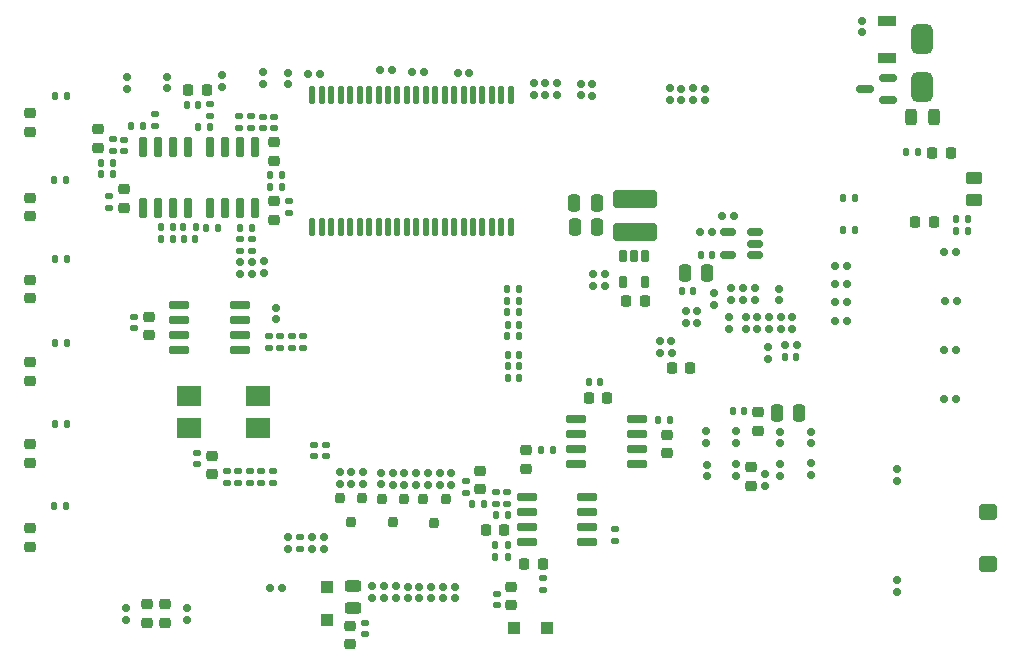
<source format=gbr>
%TF.GenerationSoftware,KiCad,Pcbnew,7.0.2*%
%TF.CreationDate,2023-10-25T03:12:25+05:00*%
%TF.ProjectId,Karnix_ASB,4b61726e-6978-45f4-9153-422e6b696361,V1.0*%
%TF.SameCoordinates,Original*%
%TF.FileFunction,Paste,Bot*%
%TF.FilePolarity,Positive*%
%FSLAX46Y46*%
G04 Gerber Fmt 4.6, Leading zero omitted, Abs format (unit mm)*
G04 Created by KiCad (PCBNEW 7.0.2) date 2023-10-25 03:12:25*
%MOMM*%
%LPD*%
G01*
G04 APERTURE LIST*
G04 Aperture macros list*
%AMRoundRect*
0 Rectangle with rounded corners*
0 $1 Rounding radius*
0 $2 $3 $4 $5 $6 $7 $8 $9 X,Y pos of 4 corners*
0 Add a 4 corners polygon primitive as box body*
4,1,4,$2,$3,$4,$5,$6,$7,$8,$9,$2,$3,0*
0 Add four circle primitives for the rounded corners*
1,1,$1+$1,$2,$3*
1,1,$1+$1,$4,$5*
1,1,$1+$1,$6,$7*
1,1,$1+$1,$8,$9*
0 Add four rect primitives between the rounded corners*
20,1,$1+$1,$2,$3,$4,$5,0*
20,1,$1+$1,$4,$5,$6,$7,0*
20,1,$1+$1,$6,$7,$8,$9,0*
20,1,$1+$1,$8,$9,$2,$3,0*%
G04 Aperture macros list end*
%ADD10RoundRect,0.150000X-0.150000X0.150000X-0.150000X-0.150000X0.150000X-0.150000X0.150000X0.150000X0*%
%ADD11RoundRect,0.150000X-0.150000X-0.150000X0.150000X-0.150000X0.150000X0.150000X-0.150000X0.150000X0*%
%ADD12RoundRect,0.200000X-0.200000X0.250000X-0.200000X-0.250000X0.200000X-0.250000X0.200000X0.250000X0*%
%ADD13RoundRect,0.150000X0.150000X-0.150000X0.150000X0.150000X-0.150000X0.150000X-0.150000X-0.150000X0*%
%ADD14RoundRect,0.150000X0.587500X0.150000X-0.587500X0.150000X-0.587500X-0.150000X0.587500X-0.150000X0*%
%ADD15RoundRect,0.150000X0.150000X0.150000X-0.150000X0.150000X-0.150000X-0.150000X0.150000X-0.150000X0*%
%ADD16RoundRect,0.140000X-0.140000X-0.170000X0.140000X-0.170000X0.140000X0.170000X-0.140000X0.170000X0*%
%ADD17RoundRect,0.135000X0.185000X-0.135000X0.185000X0.135000X-0.185000X0.135000X-0.185000X-0.135000X0*%
%ADD18RoundRect,0.400000X1.500000X-0.400000X1.500000X0.400000X-1.500000X0.400000X-1.500000X-0.400000X0*%
%ADD19RoundRect,0.225000X0.575000X-0.225000X0.575000X0.225000X-0.575000X0.225000X-0.575000X-0.225000X0*%
%ADD20RoundRect,0.140000X0.170000X-0.140000X0.170000X0.140000X-0.170000X0.140000X-0.170000X-0.140000X0*%
%ADD21RoundRect,0.140000X-0.170000X0.140000X-0.170000X-0.140000X0.170000X-0.140000X0.170000X0.140000X0*%
%ADD22RoundRect,0.140000X0.140000X0.170000X-0.140000X0.170000X-0.140000X-0.170000X0.140000X-0.170000X0*%
%ADD23RoundRect,0.135000X0.135000X0.185000X-0.135000X0.185000X-0.135000X-0.185000X0.135000X-0.185000X0*%
%ADD24RoundRect,0.135000X-0.135000X-0.185000X0.135000X-0.185000X0.135000X0.185000X-0.135000X0.185000X0*%
%ADD25RoundRect,0.225000X-0.225000X-0.250000X0.225000X-0.250000X0.225000X0.250000X-0.225000X0.250000X0*%
%ADD26RoundRect,0.218750X-0.256250X0.218750X-0.256250X-0.218750X0.256250X-0.218750X0.256250X0.218750X0*%
%ADD27RoundRect,0.135000X-0.185000X0.135000X-0.185000X-0.135000X0.185000X-0.135000X0.185000X0.135000X0*%
%ADD28RoundRect,0.218750X0.256250X-0.218750X0.256250X0.218750X-0.256250X0.218750X-0.256250X-0.218750X0*%
%ADD29RoundRect,0.150000X-0.725000X-0.150000X0.725000X-0.150000X0.725000X0.150000X-0.725000X0.150000X0*%
%ADD30RoundRect,0.450000X-0.450000X0.800000X-0.450000X-0.800000X0.450000X-0.800000X0.450000X0.800000X0*%
%ADD31RoundRect,0.250000X-0.250000X-0.475000X0.250000X-0.475000X0.250000X0.475000X-0.250000X0.475000X0*%
%ADD32RoundRect,0.250000X0.250000X0.475000X-0.250000X0.475000X-0.250000X-0.475000X0.250000X-0.475000X0*%
%ADD33RoundRect,0.225000X-0.250000X0.225000X-0.250000X-0.225000X0.250000X-0.225000X0.250000X0.225000X0*%
%ADD34RoundRect,0.150000X0.512500X0.150000X-0.512500X0.150000X-0.512500X-0.150000X0.512500X-0.150000X0*%
%ADD35RoundRect,0.218750X0.218750X0.256250X-0.218750X0.256250X-0.218750X-0.256250X0.218750X-0.256250X0*%
%ADD36RoundRect,0.275000X-0.275000X0.275000X-0.275000X-0.275000X0.275000X-0.275000X0.275000X0.275000X0*%
%ADD37RoundRect,0.150000X-0.150000X0.725000X-0.150000X-0.725000X0.150000X-0.725000X0.150000X0.725000X0*%
%ADD38RoundRect,0.250000X0.450000X-0.262500X0.450000X0.262500X-0.450000X0.262500X-0.450000X-0.262500X0*%
%ADD39RoundRect,0.150000X0.150000X-0.725000X0.150000X0.725000X-0.150000X0.725000X-0.150000X-0.725000X0*%
%ADD40RoundRect,0.243750X-0.243750X-0.456250X0.243750X-0.456250X0.243750X0.456250X-0.243750X0.456250X0*%
%ADD41RoundRect,0.150000X0.725000X0.150000X-0.725000X0.150000X-0.725000X-0.150000X0.725000X-0.150000X0*%
%ADD42RoundRect,0.137500X0.137500X-0.625000X0.137500X0.625000X-0.137500X0.625000X-0.137500X-0.625000X0*%
%ADD43RoundRect,0.225000X0.225000X0.250000X-0.225000X0.250000X-0.225000X-0.250000X0.225000X-0.250000X0*%
%ADD44R,2.100000X1.700000*%
%ADD45RoundRect,0.225000X0.250000X-0.225000X0.250000X0.225000X-0.250000X0.225000X-0.250000X-0.225000X0*%
%ADD46RoundRect,0.218750X-0.218750X-0.256250X0.218750X-0.256250X0.218750X0.256250X-0.218750X0.256250X0*%
%ADD47RoundRect,0.275000X-0.275000X-0.275000X0.275000X-0.275000X0.275000X0.275000X-0.275000X0.275000X0*%
%ADD48RoundRect,0.350000X-0.450000X0.350000X-0.450000X-0.350000X0.450000X-0.350000X0.450000X0.350000X0*%
%ADD49RoundRect,0.162500X-0.162500X0.367500X-0.162500X-0.367500X0.162500X-0.367500X0.162500X0.367500X0*%
%ADD50RoundRect,0.243750X0.456250X-0.243750X0.456250X0.243750X-0.456250X0.243750X-0.456250X-0.243750X0*%
G04 APERTURE END LIST*
D10*
%TO.C,R162*%
X144824000Y-82423000D03*
X144824000Y-83423000D03*
%TD*%
D11*
%TO.C,C45*%
X174050000Y-71595000D03*
X175050000Y-71595000D03*
%TD*%
D12*
%TO.C,Q2*%
X139902000Y-84586000D03*
X141802000Y-84586000D03*
X140852000Y-86586000D03*
%TD*%
D13*
%TO.C,R114*%
X143100000Y-93030000D03*
X143100000Y-92030000D03*
%TD*%
D14*
%TO.C,Q1*%
X182740000Y-48970000D03*
X182740000Y-50870000D03*
X180865000Y-49920000D03*
%TD*%
D15*
%TO.C,C8*%
X169737000Y-60677000D03*
X168737000Y-60677000D03*
%TD*%
D16*
%TO.C,C35*%
X150577000Y-74372000D03*
X151537000Y-74372000D03*
%TD*%
D10*
%TO.C,R12*%
X131990000Y-48510000D03*
X131990000Y-49510000D03*
%TD*%
%TO.C,R32*%
X164300000Y-49860000D03*
X164300000Y-50860000D03*
%TD*%
D17*
%TO.C,R164*%
X129725000Y-83275000D03*
X129725000Y-82255000D03*
%TD*%
D18*
%TO.C,L2*%
X161331500Y-62053500D03*
X161331500Y-59253500D03*
%TD*%
D11*
%TO.C,R88*%
X163455000Y-72245000D03*
X164455000Y-72245000D03*
%TD*%
D19*
%TO.C,D7*%
X182670000Y-47319000D03*
X182670000Y-44119000D03*
%TD*%
D20*
%TO.C,C88*%
X149640000Y-93585000D03*
X149640000Y-92625000D03*
%TD*%
D13*
%TO.C,R99*%
X173655000Y-82635000D03*
X173655000Y-81635000D03*
%TD*%
D21*
%TO.C,C99*%
X124235000Y-80720000D03*
X124235000Y-81680000D03*
%TD*%
D13*
%TO.C,R115*%
X144094000Y-93035000D03*
X144094000Y-92035000D03*
%TD*%
D22*
%TO.C,C47*%
X170580000Y-77190000D03*
X169620000Y-77190000D03*
%TD*%
D23*
%TO.C,R134*%
X131467000Y-57209000D03*
X130447000Y-57209000D03*
%TD*%
D13*
%TO.C,R117*%
X146086000Y-93031000D03*
X146086000Y-92031000D03*
%TD*%
D24*
%TO.C,R147*%
X149545000Y-88535000D03*
X150565000Y-88535000D03*
%TD*%
D20*
%TO.C,C70*%
X116804000Y-59957000D03*
X116804000Y-58997000D03*
%TD*%
D24*
%TO.C,R146*%
X124336000Y-53128000D03*
X125356000Y-53128000D03*
%TD*%
D21*
%TO.C,C25*%
X134215000Y-80030000D03*
X134215000Y-80990000D03*
%TD*%
D25*
%TO.C,C48*%
X164485000Y-73510000D03*
X166035000Y-73510000D03*
%TD*%
D16*
%TO.C,C78*%
X123172000Y-62606000D03*
X124132000Y-62606000D03*
%TD*%
D26*
%TO.C,L12*%
X130772000Y-59421000D03*
X130772000Y-60996000D03*
%TD*%
D23*
%TO.C,R107*%
X189570000Y-60880000D03*
X188550000Y-60880000D03*
%TD*%
D10*
%TO.C,R50*%
X129910000Y-64505000D03*
X129910000Y-65505000D03*
%TD*%
D27*
%TO.C,R149*%
X147014000Y-83066000D03*
X147014000Y-84086000D03*
%TD*%
D28*
%TO.C,D19*%
X110132000Y-74635500D03*
X110132000Y-73060500D03*
%TD*%
D17*
%TO.C,R136*%
X127868000Y-53225000D03*
X127868000Y-52205000D03*
%TD*%
D29*
%TO.C,U16*%
X152175000Y-88285000D03*
X152175000Y-87015000D03*
X152175000Y-85745000D03*
X152175000Y-84475000D03*
X157325000Y-84475000D03*
X157325000Y-85745000D03*
X157325000Y-87015000D03*
X157325000Y-88285000D03*
%TD*%
D30*
%TO.C,D9*%
X185630000Y-45710000D03*
X185630000Y-49710000D03*
%TD*%
D24*
%TO.C,R141*%
X112157000Y-57575000D03*
X113177000Y-57575000D03*
%TD*%
D10*
%TO.C,R158*%
X140873000Y-82396000D03*
X140873000Y-83396000D03*
%TD*%
D23*
%TO.C,R132*%
X131480000Y-58199000D03*
X130460000Y-58199000D03*
%TD*%
D31*
%TO.C,C46*%
X173345000Y-77340000D03*
X175245000Y-77340000D03*
%TD*%
D26*
%TO.C,D13*%
X110132000Y-79995000D03*
X110132000Y-81570000D03*
%TD*%
D13*
%TO.C,R116*%
X145094000Y-93031000D03*
X145094000Y-92031000D03*
%TD*%
D28*
%TO.C,L16*%
X148270000Y-83809000D03*
X148270000Y-82234000D03*
%TD*%
D32*
%TO.C,C11*%
X158132500Y-59520500D03*
X156232500Y-59520500D03*
%TD*%
D13*
%TO.C,R112*%
X141090000Y-93020000D03*
X141090000Y-92020000D03*
%TD*%
D20*
%TO.C,C77*%
X132027000Y-60366000D03*
X132027000Y-59406000D03*
%TD*%
D10*
%TO.C,R93*%
X172595000Y-71730000D03*
X172595000Y-72730000D03*
%TD*%
D33*
%TO.C,C90*%
X137257000Y-95332000D03*
X137257000Y-96882000D03*
%TD*%
D34*
%TO.C,U3*%
X171546000Y-62052000D03*
X171546000Y-63002000D03*
X171546000Y-63952000D03*
X169271000Y-63952000D03*
X169271000Y-62052000D03*
%TD*%
D26*
%TO.C,L10*%
X120199000Y-69170000D03*
X120199000Y-70745000D03*
%TD*%
D10*
%TO.C,R26*%
X152770000Y-49435000D03*
X152770000Y-50435000D03*
%TD*%
D24*
%TO.C,R137*%
X153433000Y-80437000D03*
X154453000Y-80437000D03*
%TD*%
D35*
%TO.C,L14*%
X125095000Y-49973000D03*
X123520000Y-49973000D03*
%TD*%
D10*
%TO.C,R121*%
X135025000Y-87858000D03*
X135025000Y-88858000D03*
%TD*%
D24*
%TO.C,R109*%
X178960000Y-61870000D03*
X179980000Y-61870000D03*
%TD*%
D16*
%TO.C,C37*%
X150577000Y-73401000D03*
X151537000Y-73401000D03*
%TD*%
D13*
%TO.C,R36*%
X167285000Y-50865000D03*
X167285000Y-49865000D03*
%TD*%
D36*
%TO.C,D22*%
X135304000Y-92035000D03*
X135304000Y-94835000D03*
%TD*%
D10*
%TO.C,R103*%
X183570000Y-91505000D03*
X183570000Y-92505000D03*
%TD*%
D15*
%TO.C,R58*%
X131480000Y-92170000D03*
X130480000Y-92170000D03*
%TD*%
D37*
%TO.C,U12*%
X119734000Y-54819000D03*
X121004000Y-54819000D03*
X122274000Y-54819000D03*
X123544000Y-54819000D03*
X123544000Y-59969000D03*
X122274000Y-59969000D03*
X121004000Y-59969000D03*
X119734000Y-59969000D03*
%TD*%
D20*
%TO.C,C75*%
X127909000Y-63585000D03*
X127909000Y-62625000D03*
%TD*%
D10*
%TO.C,R94*%
X169315000Y-69185000D03*
X169315000Y-70185000D03*
%TD*%
D23*
%TO.C,R127*%
X164333000Y-77889000D03*
X163313000Y-77889000D03*
%TD*%
%TO.C,R139*%
X122239000Y-62621000D03*
X121219000Y-62621000D03*
%TD*%
D13*
%TO.C,R110*%
X139070000Y-93020000D03*
X139070000Y-92020000D03*
%TD*%
D10*
%TO.C,R92*%
X173700000Y-69190000D03*
X173700000Y-70190000D03*
%TD*%
D16*
%TO.C,C81*%
X123393000Y-51241000D03*
X124353000Y-51241000D03*
%TD*%
D24*
%TO.C,R150*%
X149568000Y-85982000D03*
X150588000Y-85982000D03*
%TD*%
D15*
%TO.C,R21*%
X143455000Y-48470000D03*
X142455000Y-48470000D03*
%TD*%
D13*
%TO.C,R100*%
X176295000Y-82605000D03*
X176295000Y-81605000D03*
%TD*%
D22*
%TO.C,C13*%
X167874000Y-63952000D03*
X166914000Y-63952000D03*
%TD*%
D16*
%TO.C,C32*%
X150542000Y-68828000D03*
X151502000Y-68828000D03*
%TD*%
D28*
%TO.C,D29*%
X121600000Y-95097500D03*
X121600000Y-93522500D03*
%TD*%
D21*
%TO.C,C26*%
X132280000Y-70850000D03*
X132280000Y-71810000D03*
%TD*%
D16*
%TO.C,C34*%
X150542000Y-66855000D03*
X151502000Y-66855000D03*
%TD*%
D24*
%TO.C,R145*%
X123130000Y-61626000D03*
X124150000Y-61626000D03*
%TD*%
D17*
%TO.C,R163*%
X130675000Y-83285000D03*
X130675000Y-82265000D03*
%TD*%
D23*
%TO.C,R104*%
X179970000Y-59150000D03*
X178950000Y-59150000D03*
%TD*%
D21*
%TO.C,C79*%
X129845000Y-52248000D03*
X129845000Y-53208000D03*
%TD*%
D10*
%TO.C,R120*%
X139882000Y-82390000D03*
X139882000Y-83390000D03*
%TD*%
D24*
%TO.C,R125*%
X118700000Y-53040000D03*
X119720000Y-53040000D03*
%TD*%
D17*
%TO.C,R167*%
X127785000Y-83260000D03*
X127785000Y-82240000D03*
%TD*%
D38*
%TO.C,R106*%
X190080000Y-59265000D03*
X190080000Y-57440000D03*
%TD*%
D10*
%TO.C,R84*%
X173560000Y-66810000D03*
X173560000Y-67810000D03*
%TD*%
D39*
%TO.C,U13*%
X129163000Y-59989000D03*
X127893000Y-59989000D03*
X126623000Y-59989000D03*
X125353000Y-59989000D03*
X125353000Y-54839000D03*
X126623000Y-54839000D03*
X127893000Y-54839000D03*
X129163000Y-54839000D03*
%TD*%
D40*
%TO.C,F1*%
X184762500Y-52240000D03*
X186637500Y-52240000D03*
%TD*%
D21*
%TO.C,C73*%
X118949000Y-69170000D03*
X118949000Y-70130000D03*
%TD*%
D22*
%TO.C,C76*%
X117136000Y-57108000D03*
X116176000Y-57108000D03*
%TD*%
D21*
%TO.C,C20*%
X131310000Y-70850000D03*
X131310000Y-71810000D03*
%TD*%
D28*
%TO.C,D15*%
X110132000Y-67612000D03*
X110132000Y-66037000D03*
%TD*%
D13*
%TO.C,R44*%
X158827500Y-66555500D03*
X158827500Y-65555500D03*
%TD*%
D41*
%TO.C,U14*%
X161496000Y-77886000D03*
X161496000Y-79156000D03*
X161496000Y-80426000D03*
X161496000Y-81696000D03*
X156346000Y-81696000D03*
X156346000Y-80426000D03*
X156346000Y-79156000D03*
X156346000Y-77886000D03*
%TD*%
D10*
%TO.C,C87*%
X132012000Y-87854000D03*
X132012000Y-88854000D03*
%TD*%
D42*
%TO.C,U21*%
X150844000Y-61598000D03*
X150044000Y-61598000D03*
X149244000Y-61598000D03*
X148444000Y-61598000D03*
X147644000Y-61598000D03*
X146844000Y-61598000D03*
X146044000Y-61598000D03*
X145244000Y-61598000D03*
X144444000Y-61598000D03*
X143644000Y-61598000D03*
X142844000Y-61598000D03*
X142044000Y-61598000D03*
X141244000Y-61598000D03*
X140444000Y-61598000D03*
X139644000Y-61598000D03*
X138844000Y-61598000D03*
X138044000Y-61598000D03*
X137244000Y-61598000D03*
X136444000Y-61598000D03*
X135644000Y-61598000D03*
X134844000Y-61598000D03*
X134044000Y-61598000D03*
X134044000Y-50423000D03*
X134844000Y-50423000D03*
X135644000Y-50423000D03*
X136444000Y-50423000D03*
X137244000Y-50423000D03*
X138044000Y-50423000D03*
X138844000Y-50423000D03*
X139644000Y-50423000D03*
X140444000Y-50423000D03*
X141244000Y-50423000D03*
X142044000Y-50423000D03*
X142844000Y-50423000D03*
X143644000Y-50423000D03*
X144444000Y-50423000D03*
X145244000Y-50423000D03*
X146044000Y-50423000D03*
X146844000Y-50423000D03*
X147644000Y-50423000D03*
X148444000Y-50423000D03*
X149244000Y-50423000D03*
X150044000Y-50423000D03*
X150844000Y-50423000D03*
%TD*%
D17*
%TO.C,R166*%
X126780000Y-83255000D03*
X126780000Y-82235000D03*
%TD*%
D10*
%TO.C,R11*%
X129835000Y-48500000D03*
X129835000Y-49500000D03*
%TD*%
D33*
%TO.C,C83*%
X152120000Y-80505000D03*
X152120000Y-82055000D03*
%TD*%
D11*
%TO.C,R18*%
X139760000Y-48330000D03*
X140760000Y-48330000D03*
%TD*%
D24*
%TO.C,R148*%
X149548000Y-89509000D03*
X150568000Y-89509000D03*
%TD*%
D28*
%TO.C,D28*%
X120080000Y-95077500D03*
X120080000Y-93502500D03*
%TD*%
%TO.C,D18*%
X110132000Y-60678500D03*
X110132000Y-59103500D03*
%TD*%
D13*
%TO.C,R97*%
X167425000Y-82700000D03*
X167425000Y-81700000D03*
%TD*%
D43*
%TO.C,C10*%
X162172500Y-67845500D03*
X160622500Y-67845500D03*
%TD*%
D28*
%TO.C,D14*%
X110132000Y-53529500D03*
X110132000Y-51954500D03*
%TD*%
D13*
%TO.C,R111*%
X140080000Y-93020000D03*
X140080000Y-92020000D03*
%TD*%
%TO.C,R98*%
X169880000Y-82645000D03*
X169880000Y-81645000D03*
%TD*%
D23*
%TO.C,R124*%
X128942000Y-61645000D03*
X127922000Y-61645000D03*
%TD*%
D13*
%TO.C,R4*%
X121770000Y-49850000D03*
X121770000Y-48850000D03*
%TD*%
D22*
%TO.C,C43*%
X166275000Y-67025000D03*
X165315000Y-67025000D03*
%TD*%
D44*
%TO.C,Y1*%
X129473000Y-78632000D03*
X123573000Y-78632000D03*
X123573000Y-75932000D03*
X129473000Y-75932000D03*
%TD*%
D13*
%TO.C,R34*%
X165280000Y-50870000D03*
X165280000Y-49870000D03*
%TD*%
D11*
%TO.C,R8*%
X187615000Y-67870000D03*
X188615000Y-67870000D03*
%TD*%
D27*
%TO.C,R140*%
X128866000Y-52208000D03*
X128866000Y-53228000D03*
%TD*%
D10*
%TO.C,R119*%
X145821000Y-82440000D03*
X145821000Y-83440000D03*
%TD*%
D41*
%TO.C,U15*%
X127882000Y-68164000D03*
X127882000Y-69434000D03*
X127882000Y-70704000D03*
X127882000Y-71974000D03*
X122732000Y-71974000D03*
X122732000Y-70704000D03*
X122732000Y-69434000D03*
X122732000Y-68164000D03*
%TD*%
D11*
%TO.C,R87*%
X165650000Y-68685000D03*
X166650000Y-68685000D03*
%TD*%
D45*
%TO.C,C49*%
X171150000Y-83480000D03*
X171150000Y-81930000D03*
%TD*%
D10*
%TO.C,R96*%
X172400000Y-82500000D03*
X172400000Y-83500000D03*
%TD*%
D13*
%TO.C,R28*%
X153765000Y-50435000D03*
X153765000Y-49435000D03*
%TD*%
D10*
%TO.C,R89*%
X170750000Y-69190000D03*
X170750000Y-70190000D03*
%TD*%
D21*
%TO.C,C74*%
X118130000Y-54200000D03*
X118130000Y-55160000D03*
%TD*%
D23*
%TO.C,R108*%
X185330000Y-55250000D03*
X184310000Y-55250000D03*
%TD*%
D17*
%TO.C,R156*%
X159670000Y-88170000D03*
X159670000Y-87150000D03*
%TD*%
D35*
%TO.C,L15*%
X153540000Y-90086000D03*
X151965000Y-90086000D03*
%TD*%
D26*
%TO.C,D17*%
X110132000Y-87069000D03*
X110132000Y-88644000D03*
%TD*%
D32*
%TO.C,C12*%
X158152500Y-61550500D03*
X156252500Y-61550500D03*
%TD*%
D15*
%TO.C,R16*%
X134665000Y-48595000D03*
X133665000Y-48595000D03*
%TD*%
D16*
%TO.C,C36*%
X150580000Y-72430000D03*
X151540000Y-72430000D03*
%TD*%
D10*
%TO.C,R174*%
X123400000Y-93880000D03*
X123400000Y-94880000D03*
%TD*%
%TO.C,R51*%
X127920000Y-64545000D03*
X127920000Y-65545000D03*
%TD*%
%TO.C,R29*%
X154755000Y-49435000D03*
X154755000Y-50435000D03*
%TD*%
%TO.C,R83*%
X171500000Y-66790000D03*
X171500000Y-67790000D03*
%TD*%
D16*
%TO.C,C44*%
X174055000Y-72570000D03*
X175015000Y-72570000D03*
%TD*%
D10*
%TO.C,R161*%
X143842000Y-82416000D03*
X143842000Y-83416000D03*
%TD*%
%TO.C,R3*%
X118375000Y-48875000D03*
X118375000Y-49875000D03*
%TD*%
D25*
%TO.C,C85*%
X148744000Y-87240000D03*
X150294000Y-87240000D03*
%TD*%
D13*
%TO.C,R113*%
X142100000Y-93030000D03*
X142100000Y-92030000D03*
%TD*%
D15*
%TO.C,R95*%
X166645000Y-69680000D03*
X165645000Y-69680000D03*
%TD*%
D32*
%TO.C,C42*%
X167495000Y-65515000D03*
X165595000Y-65515000D03*
%TD*%
D13*
%TO.C,R35*%
X166265000Y-50855000D03*
X166265000Y-49855000D03*
%TD*%
D15*
%TO.C,C9*%
X167874000Y-62019000D03*
X166874000Y-62019000D03*
%TD*%
D21*
%TO.C,C91*%
X138492000Y-95078000D03*
X138492000Y-96038000D03*
%TD*%
D13*
%TO.C,R33*%
X157745000Y-50460000D03*
X157745000Y-49460000D03*
%TD*%
D10*
%TO.C,R160*%
X137352000Y-82366000D03*
X137352000Y-83366000D03*
%TD*%
%TO.C,R159*%
X138342000Y-82366000D03*
X138342000Y-83366000D03*
%TD*%
D13*
%TO.C,C52*%
X173675000Y-79920000D03*
X173675000Y-78920000D03*
%TD*%
D46*
%TO.C,D10*%
X185065000Y-61200000D03*
X186640000Y-61200000D03*
%TD*%
D11*
%TO.C,R7*%
X178330000Y-66420000D03*
X179330000Y-66420000D03*
%TD*%
%TO.C,R67*%
X163450000Y-71210000D03*
X164450000Y-71210000D03*
%TD*%
D24*
%TO.C,R142*%
X112223000Y-71386000D03*
X113243000Y-71386000D03*
%TD*%
D10*
%TO.C,R81*%
X183545000Y-82115000D03*
X183545000Y-83115000D03*
%TD*%
D47*
%TO.C,D21*%
X151130000Y-95535000D03*
X153930000Y-95535000D03*
%TD*%
D33*
%TO.C,C82*%
X164045000Y-79210000D03*
X164045000Y-80760000D03*
%TD*%
D17*
%TO.C,R123*%
X120700000Y-53080000D03*
X120700000Y-52060000D03*
%TD*%
D24*
%TO.C,R157*%
X147558000Y-85019000D03*
X148578000Y-85019000D03*
%TD*%
D10*
%TO.C,R176*%
X118230000Y-93850000D03*
X118230000Y-94850000D03*
%TD*%
%TO.C,R154*%
X141842000Y-82396000D03*
X141842000Y-83396000D03*
%TD*%
D27*
%TO.C,R153*%
X133014000Y-87839000D03*
X133014000Y-88859000D03*
%TD*%
D26*
%TO.C,L3*%
X171800000Y-77290000D03*
X171800000Y-78865000D03*
%TD*%
D48*
%TO.C,D23*%
X191250000Y-85720000D03*
X191250000Y-90120000D03*
%TD*%
D10*
%TO.C,R49*%
X128915000Y-64535000D03*
X128915000Y-65535000D03*
%TD*%
D21*
%TO.C,C19*%
X133240000Y-70850000D03*
X133240000Y-71810000D03*
%TD*%
D24*
%TO.C,R131*%
X116130000Y-56138000D03*
X117150000Y-56138000D03*
%TD*%
%TO.C,R130*%
X112230000Y-64300000D03*
X113250000Y-64300000D03*
%TD*%
D10*
%TO.C,R91*%
X172710000Y-69190000D03*
X172710000Y-70190000D03*
%TD*%
D45*
%TO.C,C89*%
X150900000Y-93625000D03*
X150900000Y-92075000D03*
%TD*%
D49*
%TO.C,U2*%
X160317500Y-64015500D03*
X161267500Y-64015500D03*
X162217500Y-64015500D03*
X162217500Y-66215500D03*
X160317500Y-66215500D03*
%TD*%
D27*
%TO.C,R144*%
X125339000Y-51169000D03*
X125339000Y-52189000D03*
%TD*%
D12*
%TO.C,Q3*%
X136354000Y-84575000D03*
X138254000Y-84575000D03*
X137304000Y-86575000D03*
%TD*%
D27*
%TO.C,R151*%
X150516000Y-84028000D03*
X150516000Y-85048000D03*
%TD*%
D13*
%TO.C,R31*%
X156770000Y-50455000D03*
X156770000Y-49455000D03*
%TD*%
D16*
%TO.C,C72*%
X157446000Y-74748000D03*
X158406000Y-74748000D03*
%TD*%
D26*
%TO.C,L23*%
X125550000Y-80945000D03*
X125550000Y-82520000D03*
%TD*%
D17*
%TO.C,R126*%
X128893000Y-63606000D03*
X128893000Y-62586000D03*
%TD*%
D35*
%TO.C,D11*%
X188085000Y-55310000D03*
X186510000Y-55310000D03*
%TD*%
D13*
%TO.C,C50*%
X167335000Y-79860000D03*
X167335000Y-78860000D03*
%TD*%
D10*
%TO.C,R6*%
X126390000Y-48700000D03*
X126390000Y-49700000D03*
%TD*%
D16*
%TO.C,C31*%
X150569000Y-69896000D03*
X151529000Y-69896000D03*
%TD*%
D24*
%TO.C,R138*%
X112190000Y-85204000D03*
X113210000Y-85204000D03*
%TD*%
D11*
%TO.C,R1*%
X178315000Y-64850000D03*
X179315000Y-64850000D03*
%TD*%
D50*
%TO.C,F2*%
X137469000Y-93824000D03*
X137469000Y-91949000D03*
%TD*%
D21*
%TO.C,C84*%
X153554000Y-91341000D03*
X153554000Y-92301000D03*
%TD*%
D27*
%TO.C,R133*%
X117142000Y-54176000D03*
X117142000Y-55196000D03*
%TD*%
D24*
%TO.C,R135*%
X121204000Y-61628000D03*
X122224000Y-61628000D03*
%TD*%
D13*
%TO.C,C51*%
X169870000Y-79895000D03*
X169870000Y-78895000D03*
%TD*%
D11*
%TO.C,R2*%
X187540000Y-63720000D03*
X188540000Y-63720000D03*
%TD*%
D10*
%TO.C,R118*%
X136362000Y-82366000D03*
X136362000Y-83366000D03*
%TD*%
D23*
%TO.C,R105*%
X189570000Y-61920000D03*
X188550000Y-61920000D03*
%TD*%
D10*
%TO.C,R86*%
X169520000Y-66780000D03*
X169520000Y-67780000D03*
%TD*%
D16*
%TO.C,C33*%
X150546000Y-67842000D03*
X151506000Y-67842000D03*
%TD*%
D13*
%TO.C,R152*%
X134018000Y-88858000D03*
X134018000Y-87858000D03*
%TD*%
D10*
%TO.C,R85*%
X174680000Y-69195000D03*
X174680000Y-70195000D03*
%TD*%
D11*
%TO.C,R19*%
X187535000Y-76145000D03*
X188535000Y-76145000D03*
%TD*%
D26*
%TO.C,L8*%
X130762000Y-54422000D03*
X130762000Y-55997000D03*
%TD*%
D21*
%TO.C,C27*%
X130330000Y-70850000D03*
X130330000Y-71810000D03*
%TD*%
D13*
%TO.C,C53*%
X176220000Y-79920000D03*
X176220000Y-78920000D03*
%TD*%
D11*
%TO.C,R20*%
X178330000Y-69560000D03*
X179330000Y-69560000D03*
%TD*%
D23*
%TO.C,R143*%
X126066000Y-61649000D03*
X125046000Y-61649000D03*
%TD*%
D15*
%TO.C,R23*%
X147335000Y-48560000D03*
X146335000Y-48560000D03*
%TD*%
D10*
%TO.C,R41*%
X180575000Y-44115000D03*
X180575000Y-45115000D03*
%TD*%
D21*
%TO.C,C86*%
X149552000Y-84063000D03*
X149552000Y-85023000D03*
%TD*%
D28*
%TO.C,L7*%
X118064000Y-59972000D03*
X118064000Y-58397000D03*
%TD*%
%TO.C,L11*%
X115881000Y-54897000D03*
X115881000Y-53322000D03*
%TD*%
D10*
%TO.C,R66*%
X168070000Y-67185000D03*
X168070000Y-68185000D03*
%TD*%
D24*
%TO.C,R129*%
X112234000Y-50525000D03*
X113254000Y-50525000D03*
%TD*%
D11*
%TO.C,R14*%
X187540000Y-72035000D03*
X188540000Y-72035000D03*
%TD*%
%TO.C,R13*%
X178325000Y-67975000D03*
X179325000Y-67975000D03*
%TD*%
D12*
%TO.C,Q4*%
X143423000Y-84617000D03*
X145323000Y-84617000D03*
X144373000Y-86617000D03*
%TD*%
D17*
%TO.C,R165*%
X128770000Y-83260000D03*
X128770000Y-82240000D03*
%TD*%
D10*
%TO.C,R82*%
X170500000Y-66790000D03*
X170500000Y-67790000D03*
%TD*%
%TO.C,R43*%
X157805500Y-65554500D03*
X157805500Y-66554500D03*
%TD*%
D21*
%TO.C,C71*%
X130815000Y-52244000D03*
X130815000Y-53204000D03*
%TD*%
%TO.C,C24*%
X135170000Y-80050000D03*
X135170000Y-81010000D03*
%TD*%
D16*
%TO.C,C30*%
X150558000Y-70845000D03*
X151518000Y-70845000D03*
%TD*%
D10*
%TO.C,R52*%
X130990000Y-68415000D03*
X130990000Y-69415000D03*
%TD*%
D24*
%TO.C,R128*%
X112219000Y-78239000D03*
X113239000Y-78239000D03*
%TD*%
D10*
%TO.C,R90*%
X171730000Y-69190000D03*
X171730000Y-70190000D03*
%TD*%
D13*
%TO.C,R155*%
X142852000Y-83419000D03*
X142852000Y-82419000D03*
%TD*%
D46*
%TO.C,L9*%
X157441000Y-76074000D03*
X159016000Y-76074000D03*
%TD*%
M02*

</source>
